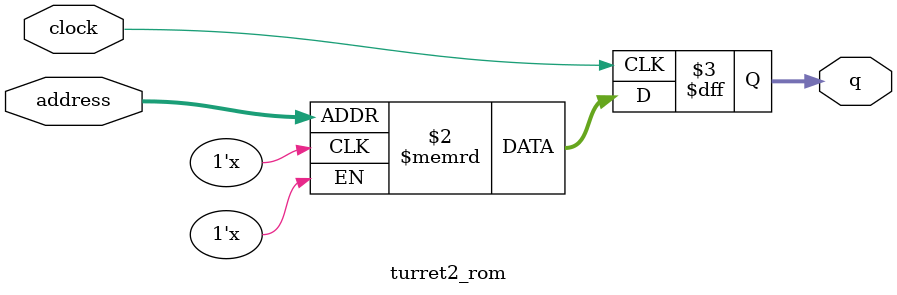
<source format=sv>
module turret2_rom (
	input logic clock,
	input logic [9:0] address,
	output logic [7:0] q
);

logic [7:0] memory [0:1023] /* synthesis ram_init_file = "./turret2/turret2.mif" */;

always_ff @ (posedge clock) begin
	q <= memory[address];
end

endmodule

</source>
